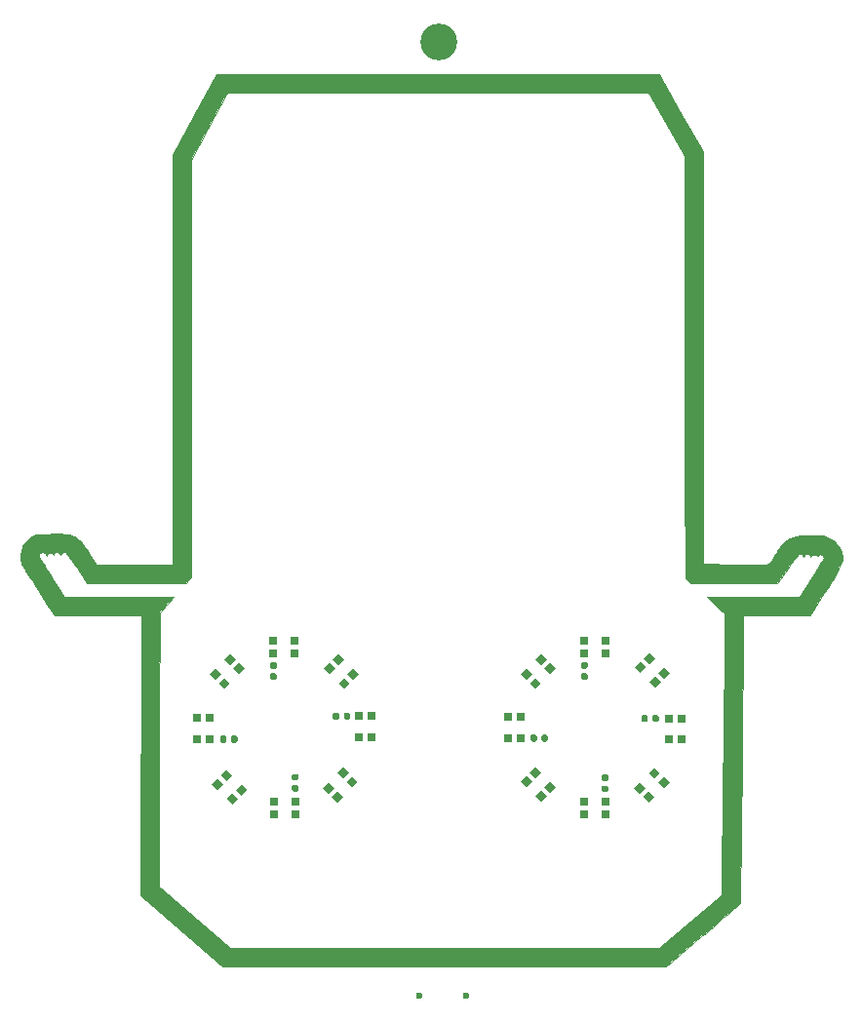
<source format=gts>
G04 #@! TF.GenerationSoftware,KiCad,Pcbnew,5.1.10*
G04 #@! TF.CreationDate,2021-09-05T11:20:00+02:00*
G04 #@! TF.ProjectId,badge,62616467-652e-46b6-9963-61645f706362,rev?*
G04 #@! TF.SameCoordinates,Original*
G04 #@! TF.FileFunction,Soldermask,Top*
G04 #@! TF.FilePolarity,Negative*
%FSLAX46Y46*%
G04 Gerber Fmt 4.6, Leading zero omitted, Abs format (unit mm)*
G04 Created by KiCad (PCBNEW 5.1.10) date 2021-09-05 11:20:00*
%MOMM*%
%LPD*%
G01*
G04 APERTURE LIST*
%ADD10C,0.010000*%
%ADD11C,3.200000*%
%ADD12R,0.700000X0.700000*%
%ADD13C,0.100000*%
%ADD14C,0.600000*%
G04 APERTURE END LIST*
D10*
G36*
X149858333Y-61285780D02*
G01*
X169084504Y-61291084D01*
X171000952Y-64619588D01*
X172917400Y-67948093D01*
X172937633Y-82516005D01*
X172938729Y-83325521D01*
X172939766Y-84133965D01*
X172940745Y-84939899D01*
X172941666Y-85741885D01*
X172942527Y-86538484D01*
X172943328Y-87328259D01*
X172944068Y-88109771D01*
X172944748Y-88881583D01*
X172945367Y-89642256D01*
X172945924Y-90390352D01*
X172946418Y-91124433D01*
X172946850Y-91843060D01*
X172947219Y-92544797D01*
X172947524Y-93228204D01*
X172947764Y-93891843D01*
X172947940Y-94534277D01*
X172948051Y-95154066D01*
X172948097Y-95749774D01*
X172948076Y-96319962D01*
X172947988Y-96863191D01*
X172947834Y-97378024D01*
X172947612Y-97863023D01*
X172947322Y-98316749D01*
X172946964Y-98737765D01*
X172946537Y-99124631D01*
X172946040Y-99475911D01*
X172945473Y-99790165D01*
X172944836Y-100065957D01*
X172944128Y-100301847D01*
X172943597Y-100440789D01*
X172929328Y-103797662D01*
X175682985Y-103812950D01*
X178436642Y-103828239D01*
X178527113Y-103765881D01*
X178596989Y-103713412D01*
X178665518Y-103652046D01*
X178735619Y-103577944D01*
X178810213Y-103487271D01*
X178892219Y-103376189D01*
X178984558Y-103240859D01*
X179090150Y-103077446D01*
X179211915Y-102882113D01*
X179262658Y-102799333D01*
X179323549Y-102702063D01*
X179384755Y-102608437D01*
X179438699Y-102529821D01*
X179474325Y-102481856D01*
X179525225Y-102412263D01*
X179581737Y-102325930D01*
X179623000Y-102256572D01*
X179698215Y-102144293D01*
X179800905Y-102021912D01*
X179921271Y-101899393D01*
X180049511Y-101786702D01*
X180175826Y-101693801D01*
X180177770Y-101692535D01*
X180430379Y-101552487D01*
X180710710Y-101441496D01*
X181015001Y-101360320D01*
X181339490Y-101309714D01*
X181680415Y-101290436D01*
X182034015Y-101303242D01*
X182088917Y-101308072D01*
X182202053Y-101318141D01*
X182305020Y-101326105D01*
X182387999Y-101331288D01*
X182441174Y-101333016D01*
X182448750Y-101332824D01*
X182636862Y-101323248D01*
X182788819Y-101316433D01*
X182910709Y-101312414D01*
X183008623Y-101311223D01*
X183088649Y-101312891D01*
X183156878Y-101317452D01*
X183219398Y-101324938D01*
X183282300Y-101335382D01*
X183292789Y-101337326D01*
X183583330Y-101411601D01*
X183857542Y-101521206D01*
X184111761Y-101663545D01*
X184342325Y-101836019D01*
X184545571Y-102036032D01*
X184717835Y-102260986D01*
X184807055Y-102411059D01*
X184882485Y-102566424D01*
X184935365Y-102712899D01*
X184969467Y-102864980D01*
X184988563Y-103037159D01*
X184993341Y-103127000D01*
X185003801Y-103391584D01*
X184924343Y-103603250D01*
X184807042Y-103893249D01*
X184665113Y-104205772D01*
X184502784Y-104532367D01*
X184324281Y-104864583D01*
X184133833Y-105193967D01*
X184103855Y-105243667D01*
X184063243Y-105308993D01*
X184002073Y-105405181D01*
X183923203Y-105527830D01*
X183829496Y-105672537D01*
X183723811Y-105834899D01*
X183609011Y-106010515D01*
X183487954Y-106194982D01*
X183363502Y-106383898D01*
X183326725Y-106439584D01*
X183186723Y-106652399D01*
X183048716Y-106864018D01*
X182914644Y-107071339D01*
X182786447Y-107271258D01*
X182666068Y-107460673D01*
X182555446Y-107636484D01*
X182456524Y-107795586D01*
X182371242Y-107934878D01*
X182301541Y-108051257D01*
X182249362Y-108141622D01*
X182216646Y-108202870D01*
X182205334Y-108231880D01*
X182184571Y-108233971D01*
X182123901Y-108235990D01*
X182025748Y-108237923D01*
X181892539Y-108239755D01*
X181726699Y-108241472D01*
X181530653Y-108243058D01*
X181306826Y-108244500D01*
X181057645Y-108245783D01*
X180785535Y-108246891D01*
X180492921Y-108247811D01*
X180182230Y-108248527D01*
X179855885Y-108249026D01*
X179516313Y-108249292D01*
X179316084Y-108249334D01*
X176426834Y-108249334D01*
X176426105Y-108476875D01*
X176425778Y-108511284D01*
X176424893Y-108586816D01*
X176423466Y-108702267D01*
X176421515Y-108856429D01*
X176419053Y-109048097D01*
X176416099Y-109276066D01*
X176412667Y-109539129D01*
X176408774Y-109836081D01*
X176404436Y-110165715D01*
X176399669Y-110526827D01*
X176394488Y-110918209D01*
X176388911Y-111338658D01*
X176382953Y-111786965D01*
X176376630Y-112261926D01*
X176369959Y-112762335D01*
X176362954Y-113286986D01*
X176355633Y-113834674D01*
X176348012Y-114404191D01*
X176340106Y-114994333D01*
X176331931Y-115603894D01*
X176323504Y-116231668D01*
X176314841Y-116876449D01*
X176305958Y-117537031D01*
X176296870Y-118212208D01*
X176287594Y-118900775D01*
X176278146Y-119601525D01*
X176268543Y-120313254D01*
X176259541Y-120979794D01*
X176093707Y-133255170D01*
X176032729Y-133307684D01*
X176010713Y-133326602D01*
X175958158Y-133371737D01*
X175876646Y-133441733D01*
X175767757Y-133535232D01*
X175633074Y-133650876D01*
X175474176Y-133787308D01*
X175292646Y-133943170D01*
X175090065Y-134117104D01*
X174868013Y-134307753D01*
X174628073Y-134513758D01*
X174371824Y-134733764D01*
X174100850Y-134966411D01*
X173816730Y-135210343D01*
X173521046Y-135464201D01*
X173215379Y-135726628D01*
X172901310Y-135996267D01*
X172844820Y-136044766D01*
X169717891Y-138729334D01*
X150461070Y-138728970D01*
X131204250Y-138728606D01*
X124080386Y-132559250D01*
X124108550Y-108249334D01*
X116573585Y-108249334D01*
X115952483Y-107270375D01*
X115688321Y-106854355D01*
X115441985Y-106467107D01*
X115213873Y-106109250D01*
X115004383Y-105781400D01*
X114813914Y-105484174D01*
X114642863Y-105218189D01*
X114491628Y-104984062D01*
X114360607Y-104782410D01*
X114250200Y-104613849D01*
X114160802Y-104478998D01*
X114092814Y-104378471D01*
X114046632Y-104312887D01*
X114030463Y-104291677D01*
X113952534Y-104180225D01*
X113873805Y-104040519D01*
X113800785Y-103886005D01*
X113739984Y-103730127D01*
X113707379Y-103624417D01*
X113676968Y-103466293D01*
X113660614Y-103281957D01*
X113658445Y-103104848D01*
X115252129Y-103104848D01*
X115262568Y-103145051D01*
X115277606Y-103173717D01*
X115313811Y-103235476D01*
X115369570Y-103327737D01*
X115443268Y-103447911D01*
X115533293Y-103593409D01*
X115638032Y-103761641D01*
X115755869Y-103950019D01*
X115885194Y-104155951D01*
X116024390Y-104376850D01*
X116171847Y-104610125D01*
X116325949Y-104853188D01*
X116375639Y-104931412D01*
X117461849Y-106640574D01*
X126925445Y-106651250D01*
X125718539Y-107995334D01*
X125704439Y-116742459D01*
X125703424Y-117382510D01*
X125702434Y-118026832D01*
X125701471Y-118673273D01*
X125700539Y-119319680D01*
X125699639Y-119963900D01*
X125698773Y-120603781D01*
X125697944Y-121237170D01*
X125697155Y-121861915D01*
X125696407Y-122475863D01*
X125695703Y-123076862D01*
X125695045Y-123662758D01*
X125694435Y-124231399D01*
X125693877Y-124780633D01*
X125693372Y-125308307D01*
X125692922Y-125812269D01*
X125692530Y-126290365D01*
X125692198Y-126740444D01*
X125691929Y-127160352D01*
X125691724Y-127547938D01*
X125691587Y-127901047D01*
X125691519Y-128217529D01*
X125691523Y-128495230D01*
X125691565Y-128654000D01*
X125692791Y-131818417D01*
X131811589Y-137120667D01*
X169118961Y-137120667D01*
X171809814Y-134810567D01*
X174500667Y-132500466D01*
X174500708Y-132360525D01*
X174500991Y-132331165D01*
X174501824Y-132260691D01*
X174503192Y-132150316D01*
X174505078Y-132001255D01*
X174507467Y-131814723D01*
X174510342Y-131591935D01*
X174513687Y-131334104D01*
X174517487Y-131042446D01*
X174521724Y-130718175D01*
X174526384Y-130362506D01*
X174531450Y-129976653D01*
X174536906Y-129561832D01*
X174542737Y-129119255D01*
X174548925Y-128650139D01*
X174555456Y-128155697D01*
X174562312Y-127637145D01*
X174569479Y-127095696D01*
X174576939Y-126532566D01*
X174584678Y-125948969D01*
X174592678Y-125346120D01*
X174600925Y-124725232D01*
X174609401Y-124087522D01*
X174618091Y-123434202D01*
X174626979Y-122766489D01*
X174636049Y-122085596D01*
X174645284Y-121392739D01*
X174654669Y-120689131D01*
X174659389Y-120335500D01*
X174668846Y-119626574D01*
X174678161Y-118927628D01*
X174687317Y-118239885D01*
X174696298Y-117564565D01*
X174705088Y-116902890D01*
X174713671Y-116256082D01*
X174722031Y-115625361D01*
X174730152Y-115011950D01*
X174738017Y-114417069D01*
X174745612Y-113841941D01*
X174752920Y-113287786D01*
X174759925Y-112755826D01*
X174766610Y-112247283D01*
X174772960Y-111763377D01*
X174778959Y-111305331D01*
X174784591Y-110874365D01*
X174789840Y-110471702D01*
X174794690Y-110098562D01*
X174799124Y-109756167D01*
X174803127Y-109445739D01*
X174806682Y-109168498D01*
X174809775Y-108925667D01*
X174812388Y-108718466D01*
X174814505Y-108548118D01*
X174816111Y-108415843D01*
X174817190Y-108322863D01*
X174817725Y-108270400D01*
X174817785Y-108259917D01*
X174817541Y-108069417D01*
X174019742Y-107360334D01*
X173221943Y-106651250D01*
X181300713Y-106630084D01*
X182324517Y-105010834D01*
X182475436Y-104771774D01*
X182620158Y-104541819D01*
X182757035Y-104323629D01*
X182884418Y-104119865D01*
X183000657Y-103933189D01*
X183104103Y-103766261D01*
X183193108Y-103621742D01*
X183266023Y-103502293D01*
X183321198Y-103410575D01*
X183356985Y-103349249D01*
X183371734Y-103320976D01*
X183371761Y-103320897D01*
X183384661Y-103219999D01*
X183360811Y-103122729D01*
X183305363Y-103038742D01*
X183223470Y-102977693D01*
X183179314Y-102960262D01*
X183076558Y-102944141D01*
X182987224Y-102964770D01*
X182902295Y-103024544D01*
X182889077Y-103037335D01*
X182842727Y-103080723D01*
X182814731Y-103096259D01*
X182795648Y-103088021D01*
X182789412Y-103080391D01*
X182739464Y-103033787D01*
X182668668Y-102991467D01*
X182596011Y-102963486D01*
X182557782Y-102957746D01*
X182507926Y-102965058D01*
X182448539Y-102983277D01*
X182394008Y-103006670D01*
X182358721Y-103029503D01*
X182352739Y-103039454D01*
X182340043Y-103063134D01*
X182309638Y-103104543D01*
X182301555Y-103114592D01*
X182251132Y-103176267D01*
X182219982Y-103101714D01*
X182158418Y-103002576D01*
X182070401Y-102936481D01*
X182010206Y-102914087D01*
X181916421Y-102909246D01*
X181821236Y-102939033D01*
X181737103Y-102998073D01*
X181693415Y-103050857D01*
X181660952Y-103097385D01*
X181637773Y-103124187D01*
X181633355Y-103126738D01*
X181617292Y-103110172D01*
X181591094Y-103068667D01*
X181583282Y-103054559D01*
X181524393Y-102981838D01*
X181443101Y-102928230D01*
X181353494Y-102901071D01*
X181290769Y-102902193D01*
X181222193Y-102924291D01*
X181162212Y-102957817D01*
X181161145Y-102958647D01*
X181140112Y-102982637D01*
X181096731Y-103038276D01*
X181033124Y-103122666D01*
X180951409Y-103232908D01*
X180853708Y-103366104D01*
X180742139Y-103519356D01*
X180618823Y-103689766D01*
X180485880Y-103874436D01*
X180345429Y-104070468D01*
X180248040Y-104206924D01*
X179388584Y-105413000D01*
X171823084Y-105412130D01*
X171353878Y-104992900D01*
X171339775Y-95990159D01*
X171338679Y-95269338D01*
X171337590Y-94511414D01*
X171336511Y-93720320D01*
X171335446Y-92899989D01*
X171334399Y-92054358D01*
X171333373Y-91187358D01*
X171332373Y-90302926D01*
X171331401Y-89404994D01*
X171330462Y-88497497D01*
X171329559Y-87584369D01*
X171328696Y-86669545D01*
X171327876Y-85756958D01*
X171327104Y-84850542D01*
X171326383Y-83954232D01*
X171325717Y-83071961D01*
X171325109Y-82207665D01*
X171324563Y-81365277D01*
X171324083Y-80548731D01*
X171323672Y-79761961D01*
X171323334Y-79008902D01*
X171323074Y-78293487D01*
X171323033Y-78160917D01*
X171322818Y-77547134D01*
X171322544Y-76942003D01*
X171322214Y-76347015D01*
X171321830Y-75763662D01*
X171321394Y-75193436D01*
X171320910Y-74637828D01*
X171320380Y-74098330D01*
X171319806Y-73576434D01*
X171319192Y-73073631D01*
X171318538Y-72591412D01*
X171317849Y-72131270D01*
X171317126Y-71694695D01*
X171316372Y-71283180D01*
X171315590Y-70898216D01*
X171314782Y-70541295D01*
X171313950Y-70213908D01*
X171313098Y-69917547D01*
X171312228Y-69653703D01*
X171311342Y-69423869D01*
X171310443Y-69229535D01*
X171309533Y-69072194D01*
X171308616Y-68953337D01*
X171307693Y-68874455D01*
X171307155Y-68847584D01*
X171293917Y-68360750D01*
X168143513Y-62889142D01*
X131586309Y-62899750D01*
X130015138Y-65799584D01*
X128443967Y-68699417D01*
X128442984Y-86830259D01*
X128442000Y-104961102D01*
X128239825Y-105187051D01*
X128037649Y-105413000D01*
X119390883Y-105413000D01*
X118517012Y-104123003D01*
X118373941Y-103912408D01*
X118236651Y-103711486D01*
X118107138Y-103523091D01*
X117987403Y-103350075D01*
X117879442Y-103195292D01*
X117785256Y-103061594D01*
X117706841Y-102951836D01*
X117646198Y-102868870D01*
X117605324Y-102815550D01*
X117586862Y-102795106D01*
X117519826Y-102767747D01*
X117433690Y-102756907D01*
X117431594Y-102756894D01*
X117329077Y-102772971D01*
X117245117Y-102823998D01*
X117174800Y-102913104D01*
X117168154Y-102924538D01*
X117123225Y-103003845D01*
X117054214Y-102907748D01*
X116972831Y-102819838D01*
X116881953Y-102765073D01*
X116788158Y-102745929D01*
X116698026Y-102764884D01*
X116687817Y-102769812D01*
X116613430Y-102820133D01*
X116552325Y-102882964D01*
X116523053Y-102932239D01*
X116510924Y-102958605D01*
X116496402Y-102963694D01*
X116470638Y-102944331D01*
X116424784Y-102897342D01*
X116424275Y-102896807D01*
X116342731Y-102827127D01*
X116261361Y-102794475D01*
X116169625Y-102794928D01*
X116156758Y-102797144D01*
X116057190Y-102836473D01*
X115977315Y-102910739D01*
X115934122Y-102985938D01*
X115897978Y-103071044D01*
X115814697Y-102951076D01*
X115732246Y-102852447D01*
X115646780Y-102792644D01*
X115552917Y-102768225D01*
X115527135Y-102767246D01*
X115430526Y-102786633D01*
X115348637Y-102838776D01*
X115287551Y-102914984D01*
X115253354Y-103006571D01*
X115252129Y-103104848D01*
X113658445Y-103104848D01*
X113658202Y-103085091D01*
X113669618Y-102889373D01*
X113694746Y-102708483D01*
X113715853Y-102614644D01*
X113807404Y-102336127D01*
X113926639Y-102087068D01*
X114076029Y-101862916D01*
X114206203Y-101711708D01*
X114403736Y-101531316D01*
X114616483Y-101388508D01*
X114842055Y-101284711D01*
X115001167Y-101237230D01*
X115069361Y-101226219D01*
X115175847Y-101215779D01*
X115316585Y-101206048D01*
X115487534Y-101197168D01*
X115684656Y-101189278D01*
X115903911Y-101182519D01*
X116141259Y-101177031D01*
X116392660Y-101172955D01*
X116654075Y-101170430D01*
X116921464Y-101169597D01*
X116948500Y-101169612D01*
X117209261Y-101171780D01*
X117433505Y-101178835D01*
X117626921Y-101192370D01*
X117795196Y-101213979D01*
X117944020Y-101245256D01*
X118079081Y-101287794D01*
X118206066Y-101343186D01*
X118330665Y-101413026D01*
X118458565Y-101498908D01*
X118595455Y-101602425D01*
X118650685Y-101646452D01*
X118753972Y-101734756D01*
X118856709Y-101833602D01*
X118961324Y-101946179D01*
X119070245Y-102075675D01*
X119185897Y-102225278D01*
X119310708Y-102398178D01*
X119447105Y-102597563D01*
X119597516Y-102826622D01*
X119764366Y-103088543D01*
X119839170Y-103207900D01*
X119921054Y-103338220D01*
X119998325Y-103459574D01*
X120067360Y-103566399D01*
X120124535Y-103653131D01*
X120166230Y-103714208D01*
X120187000Y-103742041D01*
X120239917Y-103803698D01*
X123536628Y-103809307D01*
X126833340Y-103814917D01*
X126833337Y-86053072D01*
X126833333Y-68291227D01*
X128732748Y-64785852D01*
X130632162Y-61280477D01*
X149858333Y-61285780D01*
G37*
X149858333Y-61285780D02*
X169084504Y-61291084D01*
X171000952Y-64619588D01*
X172917400Y-67948093D01*
X172937633Y-82516005D01*
X172938729Y-83325521D01*
X172939766Y-84133965D01*
X172940745Y-84939899D01*
X172941666Y-85741885D01*
X172942527Y-86538484D01*
X172943328Y-87328259D01*
X172944068Y-88109771D01*
X172944748Y-88881583D01*
X172945367Y-89642256D01*
X172945924Y-90390352D01*
X172946418Y-91124433D01*
X172946850Y-91843060D01*
X172947219Y-92544797D01*
X172947524Y-93228204D01*
X172947764Y-93891843D01*
X172947940Y-94534277D01*
X172948051Y-95154066D01*
X172948097Y-95749774D01*
X172948076Y-96319962D01*
X172947988Y-96863191D01*
X172947834Y-97378024D01*
X172947612Y-97863023D01*
X172947322Y-98316749D01*
X172946964Y-98737765D01*
X172946537Y-99124631D01*
X172946040Y-99475911D01*
X172945473Y-99790165D01*
X172944836Y-100065957D01*
X172944128Y-100301847D01*
X172943597Y-100440789D01*
X172929328Y-103797662D01*
X175682985Y-103812950D01*
X178436642Y-103828239D01*
X178527113Y-103765881D01*
X178596989Y-103713412D01*
X178665518Y-103652046D01*
X178735619Y-103577944D01*
X178810213Y-103487271D01*
X178892219Y-103376189D01*
X178984558Y-103240859D01*
X179090150Y-103077446D01*
X179211915Y-102882113D01*
X179262658Y-102799333D01*
X179323549Y-102702063D01*
X179384755Y-102608437D01*
X179438699Y-102529821D01*
X179474325Y-102481856D01*
X179525225Y-102412263D01*
X179581737Y-102325930D01*
X179623000Y-102256572D01*
X179698215Y-102144293D01*
X179800905Y-102021912D01*
X179921271Y-101899393D01*
X180049511Y-101786702D01*
X180175826Y-101693801D01*
X180177770Y-101692535D01*
X180430379Y-101552487D01*
X180710710Y-101441496D01*
X181015001Y-101360320D01*
X181339490Y-101309714D01*
X181680415Y-101290436D01*
X182034015Y-101303242D01*
X182088917Y-101308072D01*
X182202053Y-101318141D01*
X182305020Y-101326105D01*
X182387999Y-101331288D01*
X182441174Y-101333016D01*
X182448750Y-101332824D01*
X182636862Y-101323248D01*
X182788819Y-101316433D01*
X182910709Y-101312414D01*
X183008623Y-101311223D01*
X183088649Y-101312891D01*
X183156878Y-101317452D01*
X183219398Y-101324938D01*
X183282300Y-101335382D01*
X183292789Y-101337326D01*
X183583330Y-101411601D01*
X183857542Y-101521206D01*
X184111761Y-101663545D01*
X184342325Y-101836019D01*
X184545571Y-102036032D01*
X184717835Y-102260986D01*
X184807055Y-102411059D01*
X184882485Y-102566424D01*
X184935365Y-102712899D01*
X184969467Y-102864980D01*
X184988563Y-103037159D01*
X184993341Y-103127000D01*
X185003801Y-103391584D01*
X184924343Y-103603250D01*
X184807042Y-103893249D01*
X184665113Y-104205772D01*
X184502784Y-104532367D01*
X184324281Y-104864583D01*
X184133833Y-105193967D01*
X184103855Y-105243667D01*
X184063243Y-105308993D01*
X184002073Y-105405181D01*
X183923203Y-105527830D01*
X183829496Y-105672537D01*
X183723811Y-105834899D01*
X183609011Y-106010515D01*
X183487954Y-106194982D01*
X183363502Y-106383898D01*
X183326725Y-106439584D01*
X183186723Y-106652399D01*
X183048716Y-106864018D01*
X182914644Y-107071339D01*
X182786447Y-107271258D01*
X182666068Y-107460673D01*
X182555446Y-107636484D01*
X182456524Y-107795586D01*
X182371242Y-107934878D01*
X182301541Y-108051257D01*
X182249362Y-108141622D01*
X182216646Y-108202870D01*
X182205334Y-108231880D01*
X182184571Y-108233971D01*
X182123901Y-108235990D01*
X182025748Y-108237923D01*
X181892539Y-108239755D01*
X181726699Y-108241472D01*
X181530653Y-108243058D01*
X181306826Y-108244500D01*
X181057645Y-108245783D01*
X180785535Y-108246891D01*
X180492921Y-108247811D01*
X180182230Y-108248527D01*
X179855885Y-108249026D01*
X179516313Y-108249292D01*
X179316084Y-108249334D01*
X176426834Y-108249334D01*
X176426105Y-108476875D01*
X176425778Y-108511284D01*
X176424893Y-108586816D01*
X176423466Y-108702267D01*
X176421515Y-108856429D01*
X176419053Y-109048097D01*
X176416099Y-109276066D01*
X176412667Y-109539129D01*
X176408774Y-109836081D01*
X176404436Y-110165715D01*
X176399669Y-110526827D01*
X176394488Y-110918209D01*
X176388911Y-111338658D01*
X176382953Y-111786965D01*
X176376630Y-112261926D01*
X176369959Y-112762335D01*
X176362954Y-113286986D01*
X176355633Y-113834674D01*
X176348012Y-114404191D01*
X176340106Y-114994333D01*
X176331931Y-115603894D01*
X176323504Y-116231668D01*
X176314841Y-116876449D01*
X176305958Y-117537031D01*
X176296870Y-118212208D01*
X176287594Y-118900775D01*
X176278146Y-119601525D01*
X176268543Y-120313254D01*
X176259541Y-120979794D01*
X176093707Y-133255170D01*
X176032729Y-133307684D01*
X176010713Y-133326602D01*
X175958158Y-133371737D01*
X175876646Y-133441733D01*
X175767757Y-133535232D01*
X175633074Y-133650876D01*
X175474176Y-133787308D01*
X175292646Y-133943170D01*
X175090065Y-134117104D01*
X174868013Y-134307753D01*
X174628073Y-134513758D01*
X174371824Y-134733764D01*
X174100850Y-134966411D01*
X173816730Y-135210343D01*
X173521046Y-135464201D01*
X173215379Y-135726628D01*
X172901310Y-135996267D01*
X172844820Y-136044766D01*
X169717891Y-138729334D01*
X150461070Y-138728970D01*
X131204250Y-138728606D01*
X124080386Y-132559250D01*
X124108550Y-108249334D01*
X116573585Y-108249334D01*
X115952483Y-107270375D01*
X115688321Y-106854355D01*
X115441985Y-106467107D01*
X115213873Y-106109250D01*
X115004383Y-105781400D01*
X114813914Y-105484174D01*
X114642863Y-105218189D01*
X114491628Y-104984062D01*
X114360607Y-104782410D01*
X114250200Y-104613849D01*
X114160802Y-104478998D01*
X114092814Y-104378471D01*
X114046632Y-104312887D01*
X114030463Y-104291677D01*
X113952534Y-104180225D01*
X113873805Y-104040519D01*
X113800785Y-103886005D01*
X113739984Y-103730127D01*
X113707379Y-103624417D01*
X113676968Y-103466293D01*
X113660614Y-103281957D01*
X113658445Y-103104848D01*
X115252129Y-103104848D01*
X115262568Y-103145051D01*
X115277606Y-103173717D01*
X115313811Y-103235476D01*
X115369570Y-103327737D01*
X115443268Y-103447911D01*
X115533293Y-103593409D01*
X115638032Y-103761641D01*
X115755869Y-103950019D01*
X115885194Y-104155951D01*
X116024390Y-104376850D01*
X116171847Y-104610125D01*
X116325949Y-104853188D01*
X116375639Y-104931412D01*
X117461849Y-106640574D01*
X126925445Y-106651250D01*
X125718539Y-107995334D01*
X125704439Y-116742459D01*
X125703424Y-117382510D01*
X125702434Y-118026832D01*
X125701471Y-118673273D01*
X125700539Y-119319680D01*
X125699639Y-119963900D01*
X125698773Y-120603781D01*
X125697944Y-121237170D01*
X125697155Y-121861915D01*
X125696407Y-122475863D01*
X125695703Y-123076862D01*
X125695045Y-123662758D01*
X125694435Y-124231399D01*
X125693877Y-124780633D01*
X125693372Y-125308307D01*
X125692922Y-125812269D01*
X125692530Y-126290365D01*
X125692198Y-126740444D01*
X125691929Y-127160352D01*
X125691724Y-127547938D01*
X125691587Y-127901047D01*
X125691519Y-128217529D01*
X125691523Y-128495230D01*
X125691565Y-128654000D01*
X125692791Y-131818417D01*
X131811589Y-137120667D01*
X169118961Y-137120667D01*
X171809814Y-134810567D01*
X174500667Y-132500466D01*
X174500708Y-132360525D01*
X174500991Y-132331165D01*
X174501824Y-132260691D01*
X174503192Y-132150316D01*
X174505078Y-132001255D01*
X174507467Y-131814723D01*
X174510342Y-131591935D01*
X174513687Y-131334104D01*
X174517487Y-131042446D01*
X174521724Y-130718175D01*
X174526384Y-130362506D01*
X174531450Y-129976653D01*
X174536906Y-129561832D01*
X174542737Y-129119255D01*
X174548925Y-128650139D01*
X174555456Y-128155697D01*
X174562312Y-127637145D01*
X174569479Y-127095696D01*
X174576939Y-126532566D01*
X174584678Y-125948969D01*
X174592678Y-125346120D01*
X174600925Y-124725232D01*
X174609401Y-124087522D01*
X174618091Y-123434202D01*
X174626979Y-122766489D01*
X174636049Y-122085596D01*
X174645284Y-121392739D01*
X174654669Y-120689131D01*
X174659389Y-120335500D01*
X174668846Y-119626574D01*
X174678161Y-118927628D01*
X174687317Y-118239885D01*
X174696298Y-117564565D01*
X174705088Y-116902890D01*
X174713671Y-116256082D01*
X174722031Y-115625361D01*
X174730152Y-115011950D01*
X174738017Y-114417069D01*
X174745612Y-113841941D01*
X174752920Y-113287786D01*
X174759925Y-112755826D01*
X174766610Y-112247283D01*
X174772960Y-111763377D01*
X174778959Y-111305331D01*
X174784591Y-110874365D01*
X174789840Y-110471702D01*
X174794690Y-110098562D01*
X174799124Y-109756167D01*
X174803127Y-109445739D01*
X174806682Y-109168498D01*
X174809775Y-108925667D01*
X174812388Y-108718466D01*
X174814505Y-108548118D01*
X174816111Y-108415843D01*
X174817190Y-108322863D01*
X174817725Y-108270400D01*
X174817785Y-108259917D01*
X174817541Y-108069417D01*
X174019742Y-107360334D01*
X173221943Y-106651250D01*
X181300713Y-106630084D01*
X182324517Y-105010834D01*
X182475436Y-104771774D01*
X182620158Y-104541819D01*
X182757035Y-104323629D01*
X182884418Y-104119865D01*
X183000657Y-103933189D01*
X183104103Y-103766261D01*
X183193108Y-103621742D01*
X183266023Y-103502293D01*
X183321198Y-103410575D01*
X183356985Y-103349249D01*
X183371734Y-103320976D01*
X183371761Y-103320897D01*
X183384661Y-103219999D01*
X183360811Y-103122729D01*
X183305363Y-103038742D01*
X183223470Y-102977693D01*
X183179314Y-102960262D01*
X183076558Y-102944141D01*
X182987224Y-102964770D01*
X182902295Y-103024544D01*
X182889077Y-103037335D01*
X182842727Y-103080723D01*
X182814731Y-103096259D01*
X182795648Y-103088021D01*
X182789412Y-103080391D01*
X182739464Y-103033787D01*
X182668668Y-102991467D01*
X182596011Y-102963486D01*
X182557782Y-102957746D01*
X182507926Y-102965058D01*
X182448539Y-102983277D01*
X182394008Y-103006670D01*
X182358721Y-103029503D01*
X182352739Y-103039454D01*
X182340043Y-103063134D01*
X182309638Y-103104543D01*
X182301555Y-103114592D01*
X182251132Y-103176267D01*
X182219982Y-103101714D01*
X182158418Y-103002576D01*
X182070401Y-102936481D01*
X182010206Y-102914087D01*
X181916421Y-102909246D01*
X181821236Y-102939033D01*
X181737103Y-102998073D01*
X181693415Y-103050857D01*
X181660952Y-103097385D01*
X181637773Y-103124187D01*
X181633355Y-103126738D01*
X181617292Y-103110172D01*
X181591094Y-103068667D01*
X181583282Y-103054559D01*
X181524393Y-102981838D01*
X181443101Y-102928230D01*
X181353494Y-102901071D01*
X181290769Y-102902193D01*
X181222193Y-102924291D01*
X181162212Y-102957817D01*
X181161145Y-102958647D01*
X181140112Y-102982637D01*
X181096731Y-103038276D01*
X181033124Y-103122666D01*
X180951409Y-103232908D01*
X180853708Y-103366104D01*
X180742139Y-103519356D01*
X180618823Y-103689766D01*
X180485880Y-103874436D01*
X180345429Y-104070468D01*
X180248040Y-104206924D01*
X179388584Y-105413000D01*
X171823084Y-105412130D01*
X171353878Y-104992900D01*
X171339775Y-95990159D01*
X171338679Y-95269338D01*
X171337590Y-94511414D01*
X171336511Y-93720320D01*
X171335446Y-92899989D01*
X171334399Y-92054358D01*
X171333373Y-91187358D01*
X171332373Y-90302926D01*
X171331401Y-89404994D01*
X171330462Y-88497497D01*
X171329559Y-87584369D01*
X171328696Y-86669545D01*
X171327876Y-85756958D01*
X171327104Y-84850542D01*
X171326383Y-83954232D01*
X171325717Y-83071961D01*
X171325109Y-82207665D01*
X171324563Y-81365277D01*
X171324083Y-80548731D01*
X171323672Y-79761961D01*
X171323334Y-79008902D01*
X171323074Y-78293487D01*
X171323033Y-78160917D01*
X171322818Y-77547134D01*
X171322544Y-76942003D01*
X171322214Y-76347015D01*
X171321830Y-75763662D01*
X171321394Y-75193436D01*
X171320910Y-74637828D01*
X171320380Y-74098330D01*
X171319806Y-73576434D01*
X171319192Y-73073631D01*
X171318538Y-72591412D01*
X171317849Y-72131270D01*
X171317126Y-71694695D01*
X171316372Y-71283180D01*
X171315590Y-70898216D01*
X171314782Y-70541295D01*
X171313950Y-70213908D01*
X171313098Y-69917547D01*
X171312228Y-69653703D01*
X171311342Y-69423869D01*
X171310443Y-69229535D01*
X171309533Y-69072194D01*
X171308616Y-68953337D01*
X171307693Y-68874455D01*
X171307155Y-68847584D01*
X171293917Y-68360750D01*
X168143513Y-62889142D01*
X131586309Y-62899750D01*
X130015138Y-65799584D01*
X128443967Y-68699417D01*
X128442984Y-86830259D01*
X128442000Y-104961102D01*
X128239825Y-105187051D01*
X128037649Y-105413000D01*
X119390883Y-105413000D01*
X118517012Y-104123003D01*
X118373941Y-103912408D01*
X118236651Y-103711486D01*
X118107138Y-103523091D01*
X117987403Y-103350075D01*
X117879442Y-103195292D01*
X117785256Y-103061594D01*
X117706841Y-102951836D01*
X117646198Y-102868870D01*
X117605324Y-102815550D01*
X117586862Y-102795106D01*
X117519826Y-102767747D01*
X117433690Y-102756907D01*
X117431594Y-102756894D01*
X117329077Y-102772971D01*
X117245117Y-102823998D01*
X117174800Y-102913104D01*
X117168154Y-102924538D01*
X117123225Y-103003845D01*
X117054214Y-102907748D01*
X116972831Y-102819838D01*
X116881953Y-102765073D01*
X116788158Y-102745929D01*
X116698026Y-102764884D01*
X116687817Y-102769812D01*
X116613430Y-102820133D01*
X116552325Y-102882964D01*
X116523053Y-102932239D01*
X116510924Y-102958605D01*
X116496402Y-102963694D01*
X116470638Y-102944331D01*
X116424784Y-102897342D01*
X116424275Y-102896807D01*
X116342731Y-102827127D01*
X116261361Y-102794475D01*
X116169625Y-102794928D01*
X116156758Y-102797144D01*
X116057190Y-102836473D01*
X115977315Y-102910739D01*
X115934122Y-102985938D01*
X115897978Y-103071044D01*
X115814697Y-102951076D01*
X115732246Y-102852447D01*
X115646780Y-102792644D01*
X115552917Y-102768225D01*
X115527135Y-102767246D01*
X115430526Y-102786633D01*
X115348637Y-102838776D01*
X115287551Y-102914984D01*
X115253354Y-103006571D01*
X115252129Y-103104848D01*
X113658445Y-103104848D01*
X113658202Y-103085091D01*
X113669618Y-102889373D01*
X113694746Y-102708483D01*
X113715853Y-102614644D01*
X113807404Y-102336127D01*
X113926639Y-102087068D01*
X114076029Y-101862916D01*
X114206203Y-101711708D01*
X114403736Y-101531316D01*
X114616483Y-101388508D01*
X114842055Y-101284711D01*
X115001167Y-101237230D01*
X115069361Y-101226219D01*
X115175847Y-101215779D01*
X115316585Y-101206048D01*
X115487534Y-101197168D01*
X115684656Y-101189278D01*
X115903911Y-101182519D01*
X116141259Y-101177031D01*
X116392660Y-101172955D01*
X116654075Y-101170430D01*
X116921464Y-101169597D01*
X116948500Y-101169612D01*
X117209261Y-101171780D01*
X117433505Y-101178835D01*
X117626921Y-101192370D01*
X117795196Y-101213979D01*
X117944020Y-101245256D01*
X118079081Y-101287794D01*
X118206066Y-101343186D01*
X118330665Y-101413026D01*
X118458565Y-101498908D01*
X118595455Y-101602425D01*
X118650685Y-101646452D01*
X118753972Y-101734756D01*
X118856709Y-101833602D01*
X118961324Y-101946179D01*
X119070245Y-102075675D01*
X119185897Y-102225278D01*
X119310708Y-102398178D01*
X119447105Y-102597563D01*
X119597516Y-102826622D01*
X119764366Y-103088543D01*
X119839170Y-103207900D01*
X119921054Y-103338220D01*
X119998325Y-103459574D01*
X120067360Y-103566399D01*
X120124535Y-103653131D01*
X120166230Y-103714208D01*
X120187000Y-103742041D01*
X120239917Y-103803698D01*
X123536628Y-103809307D01*
X126833340Y-103814917D01*
X126833337Y-86053072D01*
X126833333Y-68291227D01*
X128732748Y-64785852D01*
X130632162Y-61280477D01*
X149858333Y-61285780D01*
D11*
X150000000Y-58500000D03*
G36*
G01*
X158880000Y-119070000D02*
X158880000Y-118730000D01*
G75*
G02*
X159020000Y-118590000I140000J0D01*
G01*
X159300000Y-118590000D01*
G75*
G02*
X159440000Y-118730000I0J-140000D01*
G01*
X159440000Y-119070000D01*
G75*
G02*
X159300000Y-119210000I-140000J0D01*
G01*
X159020000Y-119210000D01*
G75*
G02*
X158880000Y-119070000I0J140000D01*
G01*
G37*
G36*
G01*
X157920000Y-119070000D02*
X157920000Y-118730000D01*
G75*
G02*
X158060000Y-118590000I140000J0D01*
G01*
X158340000Y-118590000D01*
G75*
G02*
X158480000Y-118730000I0J-140000D01*
G01*
X158480000Y-119070000D01*
G75*
G02*
X158340000Y-119210000I-140000J0D01*
G01*
X158060000Y-119210000D01*
G75*
G02*
X157920000Y-119070000I0J140000D01*
G01*
G37*
G36*
G01*
X168120000Y-117030000D02*
X168120000Y-117370000D01*
G75*
G02*
X167980000Y-117510000I-140000J0D01*
G01*
X167700000Y-117510000D01*
G75*
G02*
X167560000Y-117370000I0J140000D01*
G01*
X167560000Y-117030000D01*
G75*
G02*
X167700000Y-116890000I140000J0D01*
G01*
X167980000Y-116890000D01*
G75*
G02*
X168120000Y-117030000I0J-140000D01*
G01*
G37*
G36*
G01*
X169080000Y-117030000D02*
X169080000Y-117370000D01*
G75*
G02*
X168940000Y-117510000I-140000J0D01*
G01*
X168660000Y-117510000D01*
G75*
G02*
X168520000Y-117370000I0J140000D01*
G01*
X168520000Y-117030000D01*
G75*
G02*
X168660000Y-116890000I140000J0D01*
G01*
X168940000Y-116890000D01*
G75*
G02*
X169080000Y-117030000I0J-140000D01*
G01*
G37*
G36*
G01*
X162430000Y-112320000D02*
X162770000Y-112320000D01*
G75*
G02*
X162910000Y-112460000I0J-140000D01*
G01*
X162910000Y-112740000D01*
G75*
G02*
X162770000Y-112880000I-140000J0D01*
G01*
X162430000Y-112880000D01*
G75*
G02*
X162290000Y-112740000I0J140000D01*
G01*
X162290000Y-112460000D01*
G75*
G02*
X162430000Y-112320000I140000J0D01*
G01*
G37*
G36*
G01*
X162430000Y-113280000D02*
X162770000Y-113280000D01*
G75*
G02*
X162910000Y-113420000I0J-140000D01*
G01*
X162910000Y-113700000D01*
G75*
G02*
X162770000Y-113840000I-140000J0D01*
G01*
X162430000Y-113840000D01*
G75*
G02*
X162290000Y-113700000I0J140000D01*
G01*
X162290000Y-113420000D01*
G75*
G02*
X162430000Y-113280000I140000J0D01*
G01*
G37*
G36*
G01*
X135430000Y-112320000D02*
X135770000Y-112320000D01*
G75*
G02*
X135910000Y-112460000I0J-140000D01*
G01*
X135910000Y-112740000D01*
G75*
G02*
X135770000Y-112880000I-140000J0D01*
G01*
X135430000Y-112880000D01*
G75*
G02*
X135290000Y-112740000I0J140000D01*
G01*
X135290000Y-112460000D01*
G75*
G02*
X135430000Y-112320000I140000J0D01*
G01*
G37*
G36*
G01*
X135430000Y-113280000D02*
X135770000Y-113280000D01*
G75*
G02*
X135910000Y-113420000I0J-140000D01*
G01*
X135910000Y-113700000D01*
G75*
G02*
X135770000Y-113840000I-140000J0D01*
G01*
X135430000Y-113840000D01*
G75*
G02*
X135290000Y-113700000I0J140000D01*
G01*
X135290000Y-113420000D01*
G75*
G02*
X135430000Y-113280000I140000J0D01*
G01*
G37*
G36*
G01*
X131930000Y-119170000D02*
X131930000Y-118830000D01*
G75*
G02*
X132070000Y-118690000I140000J0D01*
G01*
X132350000Y-118690000D01*
G75*
G02*
X132490000Y-118830000I0J-140000D01*
G01*
X132490000Y-119170000D01*
G75*
G02*
X132350000Y-119310000I-140000J0D01*
G01*
X132070000Y-119310000D01*
G75*
G02*
X131930000Y-119170000I0J140000D01*
G01*
G37*
G36*
G01*
X130970000Y-119170000D02*
X130970000Y-118830000D01*
G75*
G02*
X131110000Y-118690000I140000J0D01*
G01*
X131390000Y-118690000D01*
G75*
G02*
X131530000Y-118830000I0J-140000D01*
G01*
X131530000Y-119170000D01*
G75*
G02*
X131390000Y-119310000I-140000J0D01*
G01*
X131110000Y-119310000D01*
G75*
G02*
X130970000Y-119170000I0J140000D01*
G01*
G37*
G36*
G01*
X164570000Y-123580000D02*
X164230000Y-123580000D01*
G75*
G02*
X164090000Y-123440000I0J140000D01*
G01*
X164090000Y-123160000D01*
G75*
G02*
X164230000Y-123020000I140000J0D01*
G01*
X164570000Y-123020000D01*
G75*
G02*
X164710000Y-123160000I0J-140000D01*
G01*
X164710000Y-123440000D01*
G75*
G02*
X164570000Y-123580000I-140000J0D01*
G01*
G37*
G36*
G01*
X164570000Y-122620000D02*
X164230000Y-122620000D01*
G75*
G02*
X164090000Y-122480000I0J140000D01*
G01*
X164090000Y-122200000D01*
G75*
G02*
X164230000Y-122060000I140000J0D01*
G01*
X164570000Y-122060000D01*
G75*
G02*
X164710000Y-122200000I0J-140000D01*
G01*
X164710000Y-122480000D01*
G75*
G02*
X164570000Y-122620000I-140000J0D01*
G01*
G37*
G36*
G01*
X137670000Y-123530000D02*
X137330000Y-123530000D01*
G75*
G02*
X137190000Y-123390000I0J140000D01*
G01*
X137190000Y-123110000D01*
G75*
G02*
X137330000Y-122970000I140000J0D01*
G01*
X137670000Y-122970000D01*
G75*
G02*
X137810000Y-123110000I0J-140000D01*
G01*
X137810000Y-123390000D01*
G75*
G02*
X137670000Y-123530000I-140000J0D01*
G01*
G37*
G36*
G01*
X137670000Y-122570000D02*
X137330000Y-122570000D01*
G75*
G02*
X137190000Y-122430000I0J140000D01*
G01*
X137190000Y-122150000D01*
G75*
G02*
X137330000Y-122010000I140000J0D01*
G01*
X137670000Y-122010000D01*
G75*
G02*
X137810000Y-122150000I0J-140000D01*
G01*
X137810000Y-122430000D01*
G75*
G02*
X137670000Y-122570000I-140000J0D01*
G01*
G37*
G36*
G01*
X142280000Y-116830000D02*
X142280000Y-117170000D01*
G75*
G02*
X142140000Y-117310000I-140000J0D01*
G01*
X141860000Y-117310000D01*
G75*
G02*
X141720000Y-117170000I0J140000D01*
G01*
X141720000Y-116830000D01*
G75*
G02*
X141860000Y-116690000I140000J0D01*
G01*
X142140000Y-116690000D01*
G75*
G02*
X142280000Y-116830000I0J-140000D01*
G01*
G37*
G36*
G01*
X141320000Y-116830000D02*
X141320000Y-117170000D01*
G75*
G02*
X141180000Y-117310000I-140000J0D01*
G01*
X140900000Y-117310000D01*
G75*
G02*
X140760000Y-117170000I0J140000D01*
G01*
X140760000Y-116830000D01*
G75*
G02*
X140900000Y-116690000I140000J0D01*
G01*
X141180000Y-116690000D01*
G75*
G02*
X141320000Y-116830000I0J-140000D01*
G01*
G37*
D12*
X137415000Y-111550000D03*
X137415000Y-110450000D03*
X135585000Y-110450000D03*
X135585000Y-111550000D03*
X162585000Y-111550000D03*
X162585000Y-110450000D03*
X164415000Y-110450000D03*
X164415000Y-111550000D03*
D13*
G36*
X139969114Y-112841906D02*
G01*
X140464089Y-112346931D01*
X140959064Y-112841906D01*
X140464089Y-113336881D01*
X139969114Y-112841906D01*
G37*
G36*
X140746931Y-112064089D02*
G01*
X141241906Y-111569114D01*
X141736881Y-112064089D01*
X141241906Y-112559064D01*
X140746931Y-112064089D01*
G37*
G36*
X142040936Y-113358094D02*
G01*
X142535911Y-112863119D01*
X143030886Y-113358094D01*
X142535911Y-113853069D01*
X142040936Y-113358094D01*
G37*
G36*
X141263119Y-114135911D02*
G01*
X141758094Y-113640936D01*
X142253069Y-114135911D01*
X141758094Y-114630886D01*
X141263119Y-114135911D01*
G37*
G36*
X168263119Y-114035911D02*
G01*
X168758094Y-113540936D01*
X169253069Y-114035911D01*
X168758094Y-114530886D01*
X168263119Y-114035911D01*
G37*
G36*
X169040936Y-113258094D02*
G01*
X169535911Y-112763119D01*
X170030886Y-113258094D01*
X169535911Y-113753069D01*
X169040936Y-113258094D01*
G37*
G36*
X167746931Y-111964089D02*
G01*
X168241906Y-111469114D01*
X168736881Y-111964089D01*
X168241906Y-112459064D01*
X167746931Y-111964089D01*
G37*
G36*
X166969114Y-112741906D02*
G01*
X167464089Y-112246931D01*
X167959064Y-112741906D01*
X167464089Y-113236881D01*
X166969114Y-112741906D01*
G37*
D12*
X143000000Y-118830000D03*
X144100000Y-118830000D03*
X144100000Y-117000000D03*
X143000000Y-117000000D03*
X169950000Y-117185000D03*
X171050000Y-117185000D03*
X171050000Y-119015000D03*
X169950000Y-119015000D03*
D13*
G36*
X141694005Y-121411020D02*
G01*
X142188980Y-121905995D01*
X141694005Y-122400970D01*
X141199030Y-121905995D01*
X141694005Y-121411020D01*
G37*
G36*
X142471822Y-122188837D02*
G01*
X142966797Y-122683812D01*
X142471822Y-123178787D01*
X141976847Y-122683812D01*
X142471822Y-122188837D01*
G37*
G36*
X141177817Y-123482842D02*
G01*
X141672792Y-123977817D01*
X141177817Y-124472792D01*
X140682842Y-123977817D01*
X141177817Y-123482842D01*
G37*
G36*
X140400000Y-122705025D02*
G01*
X140894975Y-123200000D01*
X140400000Y-123694975D01*
X139905025Y-123200000D01*
X140400000Y-122705025D01*
G37*
G36*
X167428178Y-122721213D02*
G01*
X167923153Y-123216188D01*
X167428178Y-123711163D01*
X166933203Y-123216188D01*
X167428178Y-122721213D01*
G37*
G36*
X168205995Y-123499030D02*
G01*
X168700970Y-123994005D01*
X168205995Y-124488980D01*
X167711020Y-123994005D01*
X168205995Y-123499030D01*
G37*
G36*
X169500000Y-122205025D02*
G01*
X169994975Y-122700000D01*
X169500000Y-123194975D01*
X169005025Y-122700000D01*
X169500000Y-122205025D01*
G37*
G36*
X168722183Y-121427208D02*
G01*
X169217158Y-121922183D01*
X168722183Y-122417158D01*
X168227208Y-121922183D01*
X168722183Y-121427208D01*
G37*
D12*
X135670000Y-124400000D03*
X135670000Y-125500000D03*
X137500000Y-125500000D03*
X137500000Y-124400000D03*
X164415000Y-124450000D03*
X164415000Y-125550000D03*
X162585000Y-125550000D03*
X162585000Y-124450000D03*
D13*
G36*
X133330886Y-123408094D02*
G01*
X132835911Y-123903069D01*
X132340936Y-123408094D01*
X132835911Y-122913119D01*
X133330886Y-123408094D01*
G37*
G36*
X132553069Y-124185911D02*
G01*
X132058094Y-124680886D01*
X131563119Y-124185911D01*
X132058094Y-123690936D01*
X132553069Y-124185911D01*
G37*
G36*
X131259064Y-122891906D02*
G01*
X130764089Y-123386881D01*
X130269114Y-122891906D01*
X130764089Y-122396931D01*
X131259064Y-122891906D01*
G37*
G36*
X132036881Y-122114089D02*
G01*
X131541906Y-122609064D01*
X131046931Y-122114089D01*
X131541906Y-121619114D01*
X132036881Y-122114089D01*
G37*
G36*
X158836881Y-121864089D02*
G01*
X158341906Y-122359064D01*
X157846931Y-121864089D01*
X158341906Y-121369114D01*
X158836881Y-121864089D01*
G37*
G36*
X158059064Y-122641906D02*
G01*
X157564089Y-123136881D01*
X157069114Y-122641906D01*
X157564089Y-122146931D01*
X158059064Y-122641906D01*
G37*
G36*
X159353069Y-123935911D02*
G01*
X158858094Y-124430886D01*
X158363119Y-123935911D01*
X158858094Y-123440936D01*
X159353069Y-123935911D01*
G37*
G36*
X160130886Y-123158094D02*
G01*
X159635911Y-123653069D01*
X159140936Y-123158094D01*
X159635911Y-122663119D01*
X160130886Y-123158094D01*
G37*
D12*
X130100000Y-117170000D03*
X129000000Y-117170000D03*
X129000000Y-119000000D03*
X130100000Y-119000000D03*
X157050000Y-118915000D03*
X155950000Y-118915000D03*
X155950000Y-117085000D03*
X157050000Y-117085000D03*
D13*
G36*
X132635911Y-113336881D02*
G01*
X132140936Y-112841906D01*
X132635911Y-112346931D01*
X133130886Y-112841906D01*
X132635911Y-113336881D01*
G37*
G36*
X131858094Y-112559064D02*
G01*
X131363119Y-112064089D01*
X131858094Y-111569114D01*
X132353069Y-112064089D01*
X131858094Y-112559064D01*
G37*
G36*
X130564089Y-113853069D02*
G01*
X130069114Y-113358094D01*
X130564089Y-112863119D01*
X131059064Y-113358094D01*
X130564089Y-113853069D01*
G37*
G36*
X131341906Y-114630886D02*
G01*
X130846931Y-114135911D01*
X131341906Y-113640936D01*
X131836881Y-114135911D01*
X131341906Y-114630886D01*
G37*
G36*
X158341906Y-114630886D02*
G01*
X157846931Y-114135911D01*
X158341906Y-113640936D01*
X158836881Y-114135911D01*
X158341906Y-114630886D01*
G37*
G36*
X157564089Y-113853069D02*
G01*
X157069114Y-113358094D01*
X157564089Y-112863119D01*
X158059064Y-113358094D01*
X157564089Y-113853069D01*
G37*
G36*
X158858094Y-112559064D02*
G01*
X158363119Y-112064089D01*
X158858094Y-111569114D01*
X159353069Y-112064089D01*
X158858094Y-112559064D01*
G37*
G36*
X159635911Y-113336881D02*
G01*
X159140936Y-112841906D01*
X159635911Y-112346931D01*
X160130886Y-112841906D01*
X159635911Y-113336881D01*
G37*
D14*
X152300000Y-141300000D03*
X148300000Y-141300000D03*
M02*

</source>
